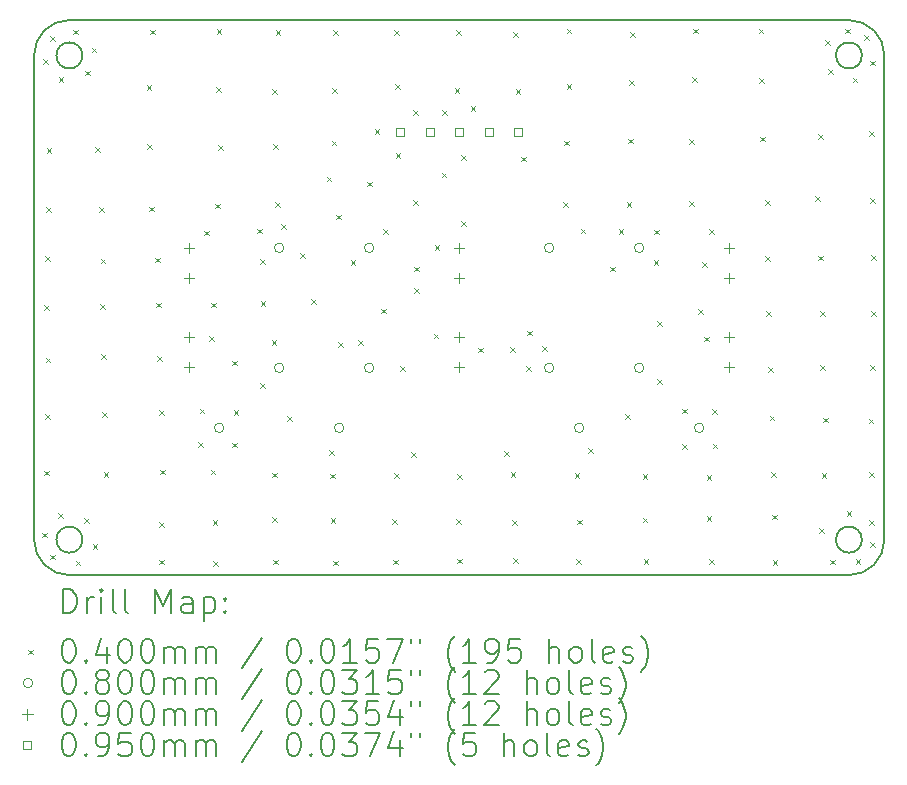
<source format=gbr>
%TF.GenerationSoftware,KiCad,Pcbnew,(6.0.11)*%
%TF.CreationDate,2023-04-21T23:53:47+09:00*%
%TF.ProjectId,line_board,6c696e65-5f62-46f6-9172-642e6b696361,rev?*%
%TF.SameCoordinates,Original*%
%TF.FileFunction,Drillmap*%
%TF.FilePolarity,Positive*%
%FSLAX45Y45*%
G04 Gerber Fmt 4.5, Leading zero omitted, Abs format (unit mm)*
G04 Created by KiCad (PCBNEW (6.0.11)) date 2023-04-21 23:53:47*
%MOMM*%
%LPD*%
G01*
G04 APERTURE LIST*
%ADD10C,0.200000*%
%ADD11C,0.040000*%
%ADD12C,0.080000*%
%ADD13C,0.090000*%
%ADD14C,0.095000*%
G04 APERTURE END LIST*
D10*
X13996000Y-7317000D02*
G75*
G03*
X13696000Y-7617000I0J-300000D01*
G01*
X13696000Y-11717000D02*
X13696000Y-7617000D01*
X13696000Y-11717000D02*
G75*
G03*
X13996000Y-12017000I300000J0D01*
G01*
X20596000Y-12017000D02*
X13996000Y-12017000D01*
X20596000Y-12017000D02*
G75*
G03*
X20896000Y-11717000I0J300000D01*
G01*
X20896000Y-7617000D02*
X20896000Y-11717000D01*
X20896000Y-7617000D02*
G75*
G03*
X20596000Y-7317000I-300000J0D01*
G01*
X13996000Y-7317000D02*
X20596000Y-7317000D01*
X20706000Y-7617000D02*
G75*
G03*
X20706000Y-7617000I-110000J0D01*
G01*
X20706000Y-11717000D02*
G75*
G03*
X20706000Y-11717000I-110000J0D01*
G01*
X14106000Y-11717000D02*
G75*
G03*
X14106000Y-11717000I-110000J0D01*
G01*
X14106000Y-7617000D02*
G75*
G03*
X14106000Y-7617000I-110000J0D01*
G01*
D11*
X13766000Y-11658000D02*
X13806000Y-11698000D01*
X13806000Y-11658000D02*
X13766000Y-11698000D01*
X13773000Y-7646000D02*
X13813000Y-7686000D01*
X13813000Y-7646000D02*
X13773000Y-7686000D01*
X13780000Y-9734000D02*
X13820000Y-9774000D01*
X13820000Y-9734000D02*
X13780000Y-9774000D01*
X13785000Y-11132000D02*
X13825000Y-11172000D01*
X13825000Y-11132000D02*
X13785000Y-11172000D01*
X13788000Y-9318000D02*
X13828000Y-9358000D01*
X13828000Y-9318000D02*
X13788000Y-9358000D01*
X13791000Y-10653000D02*
X13831000Y-10693000D01*
X13831000Y-10653000D02*
X13791000Y-10693000D01*
X13796000Y-10175000D02*
X13836000Y-10215000D01*
X13836000Y-10175000D02*
X13796000Y-10215000D01*
X13799000Y-8900000D02*
X13839000Y-8940000D01*
X13839000Y-8900000D02*
X13799000Y-8940000D01*
X13803000Y-8400000D02*
X13843000Y-8440000D01*
X13843000Y-8400000D02*
X13803000Y-8440000D01*
X13831000Y-7451000D02*
X13871000Y-7491000D01*
X13871000Y-7451000D02*
X13831000Y-7491000D01*
X13832000Y-11844000D02*
X13872000Y-11884000D01*
X13872000Y-11844000D02*
X13832000Y-11884000D01*
X13903000Y-11492000D02*
X13943000Y-11532000D01*
X13943000Y-11492000D02*
X13903000Y-11532000D01*
X13905000Y-7801000D02*
X13945000Y-7841000D01*
X13945000Y-7801000D02*
X13905000Y-7841000D01*
X14025000Y-7399000D02*
X14065000Y-7439000D01*
X14065000Y-7399000D02*
X14025000Y-7439000D01*
X14048000Y-11895000D02*
X14088000Y-11935000D01*
X14088000Y-11895000D02*
X14048000Y-11935000D01*
X14124000Y-11534000D02*
X14164000Y-11574000D01*
X14164000Y-11534000D02*
X14124000Y-11574000D01*
X14127000Y-7745000D02*
X14167000Y-7785000D01*
X14167000Y-7745000D02*
X14127000Y-7785000D01*
X14185000Y-7550000D02*
X14225000Y-7590000D01*
X14225000Y-7550000D02*
X14185000Y-7590000D01*
X14194000Y-11757000D02*
X14234000Y-11797000D01*
X14234000Y-11757000D02*
X14194000Y-11797000D01*
X14216000Y-8396000D02*
X14256000Y-8436000D01*
X14256000Y-8396000D02*
X14216000Y-8436000D01*
X14249000Y-8903000D02*
X14289000Y-8943000D01*
X14289000Y-8903000D02*
X14249000Y-8943000D01*
X14256000Y-9720000D02*
X14296000Y-9760000D01*
X14296000Y-9720000D02*
X14256000Y-9760000D01*
X14260000Y-9338000D02*
X14300000Y-9378000D01*
X14300000Y-9338000D02*
X14260000Y-9378000D01*
X14266000Y-10148000D02*
X14306000Y-10188000D01*
X14306000Y-10148000D02*
X14266000Y-10188000D01*
X14275000Y-10636000D02*
X14315000Y-10676000D01*
X14315000Y-10636000D02*
X14275000Y-10676000D01*
X14287000Y-11146000D02*
X14327000Y-11186000D01*
X14327000Y-11146000D02*
X14287000Y-11186000D01*
X14651000Y-7869000D02*
X14691000Y-7909000D01*
X14691000Y-7869000D02*
X14651000Y-7909000D01*
X14656000Y-8370000D02*
X14696000Y-8410000D01*
X14696000Y-8370000D02*
X14656000Y-8410000D01*
X14672000Y-8897000D02*
X14712000Y-8937000D01*
X14712000Y-8897000D02*
X14672000Y-8937000D01*
X14682000Y-7399000D02*
X14722000Y-7439000D01*
X14722000Y-7399000D02*
X14682000Y-7439000D01*
X14725000Y-9329000D02*
X14765000Y-9369000D01*
X14765000Y-9329000D02*
X14725000Y-9369000D01*
X14731000Y-9711000D02*
X14771000Y-9751000D01*
X14771000Y-9711000D02*
X14731000Y-9751000D01*
X14739000Y-10160000D02*
X14779000Y-10200000D01*
X14779000Y-10160000D02*
X14739000Y-10200000D01*
X14754000Y-10618000D02*
X14794000Y-10658000D01*
X14794000Y-10618000D02*
X14754000Y-10658000D01*
X14755000Y-11566000D02*
X14795000Y-11606000D01*
X14795000Y-11566000D02*
X14755000Y-11606000D01*
X14758000Y-11885000D02*
X14798000Y-11925000D01*
X14798000Y-11885000D02*
X14758000Y-11925000D01*
X14762000Y-11123000D02*
X14802000Y-11163000D01*
X14802000Y-11123000D02*
X14762000Y-11163000D01*
X15085000Y-10888000D02*
X15125000Y-10928000D01*
X15125000Y-10888000D02*
X15085000Y-10928000D01*
X15100000Y-10607000D02*
X15140000Y-10647000D01*
X15140000Y-10607000D02*
X15100000Y-10647000D01*
X15138000Y-9101000D02*
X15178000Y-9141000D01*
X15178000Y-9101000D02*
X15138000Y-9141000D01*
X15181000Y-9995000D02*
X15221000Y-10035000D01*
X15221000Y-9995000D02*
X15181000Y-10035000D01*
X15192000Y-11123000D02*
X15232000Y-11163000D01*
X15232000Y-11123000D02*
X15192000Y-11163000D01*
X15198000Y-9711000D02*
X15238000Y-9751000D01*
X15238000Y-9711000D02*
X15198000Y-9751000D01*
X15208000Y-11549000D02*
X15248000Y-11589000D01*
X15248000Y-11549000D02*
X15208000Y-11589000D01*
X15213000Y-11900000D02*
X15253000Y-11940000D01*
X15253000Y-11900000D02*
X15213000Y-11940000D01*
X15229000Y-8871000D02*
X15269000Y-8911000D01*
X15269000Y-8871000D02*
X15229000Y-8911000D01*
X15239000Y-7887000D02*
X15279000Y-7927000D01*
X15279000Y-7887000D02*
X15239000Y-7927000D01*
X15243000Y-7395000D02*
X15283000Y-7435000D01*
X15283000Y-7395000D02*
X15243000Y-7435000D01*
X15256000Y-8378000D02*
X15296000Y-8418000D01*
X15296000Y-8378000D02*
X15256000Y-8418000D01*
X15371000Y-10896000D02*
X15411000Y-10936000D01*
X15411000Y-10896000D02*
X15371000Y-10936000D01*
X15372000Y-10201000D02*
X15412000Y-10241000D01*
X15412000Y-10201000D02*
X15372000Y-10241000D01*
X15387000Y-10619000D02*
X15427000Y-10659000D01*
X15427000Y-10619000D02*
X15387000Y-10659000D01*
X15586000Y-9084000D02*
X15626000Y-9124000D01*
X15626000Y-9084000D02*
X15586000Y-9124000D01*
X15609000Y-9342000D02*
X15649000Y-9382000D01*
X15649000Y-9342000D02*
X15609000Y-9382000D01*
X15613000Y-10394000D02*
X15653000Y-10434000D01*
X15653000Y-10394000D02*
X15613000Y-10434000D01*
X15616000Y-9700000D02*
X15656000Y-9740000D01*
X15656000Y-9700000D02*
X15616000Y-9740000D01*
X15709000Y-10026000D02*
X15749000Y-10066000D01*
X15749000Y-10026000D02*
X15709000Y-10066000D01*
X15711000Y-11149000D02*
X15751000Y-11189000D01*
X15751000Y-11149000D02*
X15711000Y-11189000D01*
X15713000Y-7904000D02*
X15753000Y-7944000D01*
X15753000Y-7904000D02*
X15713000Y-7944000D01*
X15715000Y-11526000D02*
X15755000Y-11566000D01*
X15755000Y-11526000D02*
X15715000Y-11566000D01*
X15721000Y-8370000D02*
X15761000Y-8410000D01*
X15761000Y-8370000D02*
X15721000Y-8410000D01*
X15721000Y-11885000D02*
X15761000Y-11925000D01*
X15761000Y-11885000D02*
X15721000Y-11925000D01*
X15738000Y-8862000D02*
X15778000Y-8902000D01*
X15778000Y-8862000D02*
X15738000Y-8902000D01*
X15743000Y-7404000D02*
X15783000Y-7444000D01*
X15783000Y-7404000D02*
X15743000Y-7444000D01*
X15786000Y-9045000D02*
X15826000Y-9085000D01*
X15826000Y-9045000D02*
X15786000Y-9085000D01*
X15837000Y-10669000D02*
X15877000Y-10709000D01*
X15877000Y-10669000D02*
X15837000Y-10709000D01*
X15951000Y-9289000D02*
X15991000Y-9329000D01*
X15991000Y-9289000D02*
X15951000Y-9329000D01*
X16042000Y-9680000D02*
X16082000Y-9720000D01*
X16082000Y-9680000D02*
X16042000Y-9720000D01*
X16173000Y-8644000D02*
X16213000Y-8684000D01*
X16213000Y-8644000D02*
X16173000Y-8684000D01*
X16198000Y-10960000D02*
X16238000Y-11000000D01*
X16238000Y-10960000D02*
X16198000Y-11000000D01*
X16204000Y-11158000D02*
X16244000Y-11198000D01*
X16244000Y-11158000D02*
X16204000Y-11198000D01*
X16208000Y-11534000D02*
X16248000Y-11574000D01*
X16248000Y-11534000D02*
X16208000Y-11574000D01*
X16217000Y-8339000D02*
X16257000Y-8379000D01*
X16257000Y-8339000D02*
X16217000Y-8379000D01*
X16222000Y-7895000D02*
X16262000Y-7935000D01*
X16262000Y-7895000D02*
X16222000Y-7935000D01*
X16229000Y-11894000D02*
X16269000Y-11934000D01*
X16269000Y-11894000D02*
X16229000Y-11934000D01*
X16231000Y-7404000D02*
X16271000Y-7444000D01*
X16271000Y-7404000D02*
X16231000Y-7444000D01*
X16256000Y-8964000D02*
X16296000Y-9004000D01*
X16296000Y-8964000D02*
X16256000Y-9004000D01*
X16271000Y-10046000D02*
X16311000Y-10086000D01*
X16311000Y-10046000D02*
X16271000Y-10086000D01*
X16378000Y-9353000D02*
X16418000Y-9393000D01*
X16418000Y-9353000D02*
X16378000Y-9393000D01*
X16439000Y-10026000D02*
X16479000Y-10066000D01*
X16479000Y-10026000D02*
X16439000Y-10066000D01*
X16520000Y-8686000D02*
X16560000Y-8726000D01*
X16560000Y-8686000D02*
X16520000Y-8726000D01*
X16580000Y-8242000D02*
X16620000Y-8282000D01*
X16620000Y-8242000D02*
X16580000Y-8282000D01*
X16636000Y-9761000D02*
X16676000Y-9801000D01*
X16676000Y-9761000D02*
X16636000Y-9801000D01*
X16651000Y-9089000D02*
X16691000Y-9129000D01*
X16691000Y-9089000D02*
X16651000Y-9129000D01*
X16726000Y-11545000D02*
X16766000Y-11585000D01*
X16766000Y-11545000D02*
X16726000Y-11585000D01*
X16736000Y-11885000D02*
X16776000Y-11925000D01*
X16776000Y-11885000D02*
X16736000Y-11925000D01*
X16743000Y-11153000D02*
X16783000Y-11193000D01*
X16783000Y-11153000D02*
X16743000Y-11193000D01*
X16744000Y-7404000D02*
X16784000Y-7444000D01*
X16784000Y-7404000D02*
X16744000Y-7444000D01*
X16757000Y-7860000D02*
X16797000Y-7900000D01*
X16797000Y-7860000D02*
X16757000Y-7900000D01*
X16758000Y-8442000D02*
X16798000Y-8482000D01*
X16798000Y-8442000D02*
X16758000Y-8482000D01*
X16797000Y-10245000D02*
X16837000Y-10285000D01*
X16837000Y-10245000D02*
X16797000Y-10285000D01*
X16890000Y-10974000D02*
X16930000Y-11014000D01*
X16930000Y-10974000D02*
X16890000Y-11014000D01*
X16906000Y-8078000D02*
X16946000Y-8118000D01*
X16946000Y-8078000D02*
X16906000Y-8118000D01*
X16906000Y-8842000D02*
X16946000Y-8882000D01*
X16946000Y-8842000D02*
X16906000Y-8882000D01*
X16913000Y-9404000D02*
X16953000Y-9444000D01*
X16953000Y-9404000D02*
X16913000Y-9444000D01*
X16915000Y-9585000D02*
X16955000Y-9625000D01*
X16955000Y-9585000D02*
X16915000Y-9625000D01*
X17081000Y-9973000D02*
X17121000Y-10013000D01*
X17121000Y-9973000D02*
X17081000Y-10013000D01*
X17089000Y-9225000D02*
X17129000Y-9265000D01*
X17129000Y-9225000D02*
X17089000Y-9265000D01*
X17147000Y-8610000D02*
X17187000Y-8650000D01*
X17187000Y-8610000D02*
X17147000Y-8650000D01*
X17154000Y-8081000D02*
X17194000Y-8121000D01*
X17194000Y-8081000D02*
X17154000Y-8121000D01*
X17257000Y-7895000D02*
X17297000Y-7935000D01*
X17297000Y-7895000D02*
X17257000Y-7935000D01*
X17268000Y-11545000D02*
X17308000Y-11585000D01*
X17308000Y-11545000D02*
X17268000Y-11585000D01*
X17270000Y-7404000D02*
X17310000Y-7444000D01*
X17310000Y-7404000D02*
X17270000Y-7444000D01*
X17277000Y-11159000D02*
X17317000Y-11199000D01*
X17317000Y-11159000D02*
X17277000Y-11199000D01*
X17282000Y-11877000D02*
X17322000Y-11917000D01*
X17322000Y-11877000D02*
X17282000Y-11917000D01*
X17312000Y-8460000D02*
X17352000Y-8500000D01*
X17352000Y-8460000D02*
X17312000Y-8500000D01*
X17312000Y-9019000D02*
X17352000Y-9059000D01*
X17352000Y-9019000D02*
X17312000Y-9059000D01*
X17394000Y-8049000D02*
X17434000Y-8089000D01*
X17434000Y-8049000D02*
X17394000Y-8089000D01*
X17454000Y-10091000D02*
X17494000Y-10131000D01*
X17494000Y-10091000D02*
X17454000Y-10131000D01*
X17674000Y-10970000D02*
X17714000Y-11010000D01*
X17714000Y-10970000D02*
X17674000Y-11010000D01*
X17728000Y-10086000D02*
X17768000Y-10126000D01*
X17768000Y-10086000D02*
X17728000Y-10126000D01*
X17732000Y-11142000D02*
X17772000Y-11182000D01*
X17772000Y-11142000D02*
X17732000Y-11182000D01*
X17744000Y-11554000D02*
X17784000Y-11594000D01*
X17784000Y-11554000D02*
X17744000Y-11594000D01*
X17753000Y-7421000D02*
X17793000Y-7461000D01*
X17793000Y-7421000D02*
X17753000Y-7461000D01*
X17754000Y-11874000D02*
X17794000Y-11914000D01*
X17794000Y-11874000D02*
X17754000Y-11914000D01*
X17775000Y-7900000D02*
X17815000Y-7940000D01*
X17815000Y-7900000D02*
X17775000Y-7940000D01*
X17822000Y-8473000D02*
X17862000Y-8513000D01*
X17862000Y-8473000D02*
X17822000Y-8513000D01*
X17866000Y-10247000D02*
X17906000Y-10287000D01*
X17906000Y-10247000D02*
X17866000Y-10287000D01*
X17870000Y-9946000D02*
X17910000Y-9986000D01*
X17910000Y-9946000D02*
X17870000Y-9986000D01*
X17999000Y-10079000D02*
X18039000Y-10119000D01*
X18039000Y-10079000D02*
X17999000Y-10119000D01*
X18179000Y-8856000D02*
X18219000Y-8896000D01*
X18219000Y-8856000D02*
X18179000Y-8896000D01*
X18188000Y-8338000D02*
X18228000Y-8378000D01*
X18228000Y-8338000D02*
X18188000Y-8378000D01*
X18205000Y-7390000D02*
X18245000Y-7430000D01*
X18245000Y-7390000D02*
X18205000Y-7430000D01*
X18205000Y-7860000D02*
X18245000Y-7900000D01*
X18245000Y-7860000D02*
X18205000Y-7900000D01*
X18275000Y-11153000D02*
X18315000Y-11193000D01*
X18315000Y-11153000D02*
X18275000Y-11193000D01*
X18285000Y-11882000D02*
X18325000Y-11922000D01*
X18325000Y-11882000D02*
X18285000Y-11922000D01*
X18292000Y-11548000D02*
X18332000Y-11588000D01*
X18332000Y-11548000D02*
X18292000Y-11588000D01*
X18324000Y-9084000D02*
X18364000Y-9124000D01*
X18364000Y-9084000D02*
X18324000Y-9124000D01*
X18386000Y-10942000D02*
X18426000Y-10982000D01*
X18426000Y-10942000D02*
X18386000Y-10982000D01*
X18576000Y-9406000D02*
X18616000Y-9446000D01*
X18616000Y-9406000D02*
X18576000Y-9446000D01*
X18647000Y-9088000D02*
X18687000Y-9128000D01*
X18687000Y-9088000D02*
X18647000Y-9128000D01*
X18700000Y-10651000D02*
X18740000Y-10691000D01*
X18740000Y-10651000D02*
X18700000Y-10691000D01*
X18714000Y-8856000D02*
X18754000Y-8896000D01*
X18754000Y-8856000D02*
X18714000Y-8896000D01*
X18727000Y-8321000D02*
X18767000Y-8361000D01*
X18767000Y-8321000D02*
X18727000Y-8361000D01*
X18736000Y-7829000D02*
X18776000Y-7869000D01*
X18776000Y-7829000D02*
X18736000Y-7869000D01*
X18745000Y-7420000D02*
X18785000Y-7460000D01*
X18785000Y-7420000D02*
X18745000Y-7460000D01*
X18849000Y-11165000D02*
X18889000Y-11205000D01*
X18889000Y-11165000D02*
X18849000Y-11205000D01*
X18849000Y-11531000D02*
X18889000Y-11571000D01*
X18889000Y-11531000D02*
X18849000Y-11571000D01*
X18857000Y-11880000D02*
X18897000Y-11920000D01*
X18897000Y-11880000D02*
X18857000Y-11920000D01*
X18943000Y-9351000D02*
X18983000Y-9391000D01*
X18983000Y-9351000D02*
X18943000Y-9391000D01*
X18946000Y-9093000D02*
X18986000Y-9133000D01*
X18986000Y-9093000D02*
X18946000Y-9133000D01*
X18970000Y-10356000D02*
X19010000Y-10396000D01*
X19010000Y-10356000D02*
X18970000Y-10396000D01*
X18972000Y-9865000D02*
X19012000Y-9905000D01*
X19012000Y-9865000D02*
X18972000Y-9905000D01*
X19186000Y-10607000D02*
X19226000Y-10647000D01*
X19226000Y-10607000D02*
X19186000Y-10647000D01*
X19186000Y-10911000D02*
X19226000Y-10951000D01*
X19226000Y-10911000D02*
X19186000Y-10951000D01*
X19241000Y-8325000D02*
X19281000Y-8365000D01*
X19281000Y-8325000D02*
X19241000Y-8365000D01*
X19241000Y-8852000D02*
X19281000Y-8892000D01*
X19281000Y-8852000D02*
X19241000Y-8892000D01*
X19271000Y-7799000D02*
X19311000Y-7839000D01*
X19311000Y-7799000D02*
X19271000Y-7839000D01*
X19280000Y-7390000D02*
X19320000Y-7430000D01*
X19320000Y-7390000D02*
X19280000Y-7430000D01*
X19317000Y-9766000D02*
X19357000Y-9806000D01*
X19357000Y-9766000D02*
X19317000Y-9806000D01*
X19356000Y-9370000D02*
X19396000Y-9410000D01*
X19396000Y-9370000D02*
X19356000Y-9410000D01*
X19372000Y-9998000D02*
X19412000Y-10038000D01*
X19412000Y-9998000D02*
X19372000Y-10038000D01*
X19392000Y-11171000D02*
X19432000Y-11211000D01*
X19432000Y-11171000D02*
X19392000Y-11211000D01*
X19392000Y-11516000D02*
X19432000Y-11556000D01*
X19432000Y-11516000D02*
X19392000Y-11556000D01*
X19411000Y-9086000D02*
X19451000Y-9126000D01*
X19451000Y-9086000D02*
X19411000Y-9126000D01*
X19413000Y-11880000D02*
X19453000Y-11920000D01*
X19453000Y-11880000D02*
X19413000Y-11920000D01*
X19438000Y-10614000D02*
X19478000Y-10654000D01*
X19478000Y-10614000D02*
X19438000Y-10654000D01*
X19443000Y-10903000D02*
X19483000Y-10943000D01*
X19483000Y-10903000D02*
X19443000Y-10943000D01*
X19832000Y-7390000D02*
X19872000Y-7430000D01*
X19872000Y-7390000D02*
X19832000Y-7430000D01*
X19837000Y-7812000D02*
X19877000Y-7852000D01*
X19877000Y-7812000D02*
X19837000Y-7852000D01*
X19846000Y-8304000D02*
X19886000Y-8344000D01*
X19886000Y-8304000D02*
X19846000Y-8344000D01*
X19885000Y-8843000D02*
X19925000Y-8883000D01*
X19925000Y-8843000D02*
X19885000Y-8883000D01*
X19885000Y-9317000D02*
X19925000Y-9357000D01*
X19925000Y-9317000D02*
X19885000Y-9357000D01*
X19898000Y-9781000D02*
X19938000Y-9821000D01*
X19938000Y-9781000D02*
X19898000Y-9821000D01*
X19915000Y-10253000D02*
X19955000Y-10293000D01*
X19955000Y-10253000D02*
X19915000Y-10293000D01*
X19924000Y-10666000D02*
X19964000Y-10706000D01*
X19964000Y-10666000D02*
X19924000Y-10706000D01*
X19937000Y-11142000D02*
X19977000Y-11182000D01*
X19977000Y-11142000D02*
X19937000Y-11182000D01*
X19946000Y-11504000D02*
X19986000Y-11544000D01*
X19986000Y-11504000D02*
X19946000Y-11544000D01*
X19950000Y-11891000D02*
X19990000Y-11931000D01*
X19990000Y-11891000D02*
X19950000Y-11931000D01*
X20311000Y-8808000D02*
X20351000Y-8848000D01*
X20351000Y-8808000D02*
X20311000Y-8848000D01*
X20333000Y-8282000D02*
X20373000Y-8322000D01*
X20373000Y-8282000D02*
X20333000Y-8322000D01*
X20333000Y-9313000D02*
X20373000Y-9353000D01*
X20373000Y-9313000D02*
X20333000Y-9353000D01*
X20346000Y-11618000D02*
X20386000Y-11658000D01*
X20386000Y-11618000D02*
X20346000Y-11658000D01*
X20355000Y-9783000D02*
X20395000Y-9823000D01*
X20395000Y-9783000D02*
X20355000Y-9823000D01*
X20355000Y-10240000D02*
X20395000Y-10280000D01*
X20395000Y-10240000D02*
X20355000Y-10280000D01*
X20366000Y-11151000D02*
X20406000Y-11191000D01*
X20406000Y-11151000D02*
X20366000Y-11191000D01*
X20380000Y-10683000D02*
X20420000Y-10723000D01*
X20420000Y-10683000D02*
X20380000Y-10723000D01*
X20394000Y-7489000D02*
X20434000Y-7529000D01*
X20434000Y-7489000D02*
X20394000Y-7529000D01*
X20418000Y-7736000D02*
X20458000Y-7776000D01*
X20458000Y-7736000D02*
X20418000Y-7776000D01*
X20440000Y-11887000D02*
X20480000Y-11927000D01*
X20480000Y-11887000D02*
X20440000Y-11927000D01*
X20564000Y-7389000D02*
X20604000Y-7429000D01*
X20604000Y-7389000D02*
X20564000Y-7429000D01*
X20577000Y-11473000D02*
X20617000Y-11513000D01*
X20617000Y-11473000D02*
X20577000Y-11513000D01*
X20628000Y-7804000D02*
X20668000Y-7844000D01*
X20668000Y-7804000D02*
X20628000Y-7844000D01*
X20654000Y-11883000D02*
X20694000Y-11923000D01*
X20694000Y-11883000D02*
X20654000Y-11923000D01*
X20724000Y-7446000D02*
X20764000Y-7486000D01*
X20764000Y-7446000D02*
X20724000Y-7486000D01*
X20763000Y-10692000D02*
X20803000Y-10732000D01*
X20803000Y-10692000D02*
X20763000Y-10732000D01*
X20765000Y-8257000D02*
X20805000Y-8297000D01*
X20805000Y-8257000D02*
X20765000Y-8297000D01*
X20769000Y-11142000D02*
X20809000Y-11182000D01*
X20809000Y-11142000D02*
X20769000Y-11182000D01*
X20769000Y-11553000D02*
X20809000Y-11593000D01*
X20809000Y-11553000D02*
X20769000Y-11593000D01*
X20775000Y-11737000D02*
X20815000Y-11777000D01*
X20815000Y-11737000D02*
X20775000Y-11777000D01*
X20778000Y-7662000D02*
X20818000Y-7702000D01*
X20818000Y-7662000D02*
X20778000Y-7702000D01*
X20778000Y-8827000D02*
X20818000Y-8867000D01*
X20818000Y-8827000D02*
X20778000Y-8867000D01*
X20778000Y-10237000D02*
X20818000Y-10277000D01*
X20818000Y-10237000D02*
X20778000Y-10277000D01*
X20782000Y-9310000D02*
X20822000Y-9350000D01*
X20822000Y-9310000D02*
X20782000Y-9350000D01*
X20782000Y-9784000D02*
X20822000Y-9824000D01*
X20822000Y-9784000D02*
X20782000Y-9824000D01*
D12*
X15304000Y-10770000D02*
G75*
G03*
X15304000Y-10770000I-40000J0D01*
G01*
X15812000Y-9246000D02*
G75*
G03*
X15812000Y-9246000I-40000J0D01*
G01*
X15812000Y-10262000D02*
G75*
G03*
X15812000Y-10262000I-40000J0D01*
G01*
X16320000Y-10770000D02*
G75*
G03*
X16320000Y-10770000I-40000J0D01*
G01*
X16574000Y-9246000D02*
G75*
G03*
X16574000Y-9246000I-40000J0D01*
G01*
X16574000Y-10262000D02*
G75*
G03*
X16574000Y-10262000I-40000J0D01*
G01*
X18098000Y-9246000D02*
G75*
G03*
X18098000Y-9246000I-40000J0D01*
G01*
X18098000Y-10262000D02*
G75*
G03*
X18098000Y-10262000I-40000J0D01*
G01*
X18352000Y-10770000D02*
G75*
G03*
X18352000Y-10770000I-40000J0D01*
G01*
X18860000Y-9246000D02*
G75*
G03*
X18860000Y-9246000I-40000J0D01*
G01*
X18860000Y-10262000D02*
G75*
G03*
X18860000Y-10262000I-40000J0D01*
G01*
X19368000Y-10770000D02*
G75*
G03*
X19368000Y-10770000I-40000J0D01*
G01*
D13*
X15010000Y-9201000D02*
X15010000Y-9291000D01*
X14965000Y-9246000D02*
X15055000Y-9246000D01*
X15010000Y-9455000D02*
X15010000Y-9545000D01*
X14965000Y-9500000D02*
X15055000Y-9500000D01*
X15010000Y-9957000D02*
X15010000Y-10047000D01*
X14965000Y-10002000D02*
X15055000Y-10002000D01*
X15010000Y-10211000D02*
X15010000Y-10301000D01*
X14965000Y-10256000D02*
X15055000Y-10256000D01*
X17296000Y-9201000D02*
X17296000Y-9291000D01*
X17251000Y-9246000D02*
X17341000Y-9246000D01*
X17296000Y-9455000D02*
X17296000Y-9545000D01*
X17251000Y-9500000D02*
X17341000Y-9500000D01*
X17296000Y-9957000D02*
X17296000Y-10047000D01*
X17251000Y-10002000D02*
X17341000Y-10002000D01*
X17296000Y-10211000D02*
X17296000Y-10301000D01*
X17251000Y-10256000D02*
X17341000Y-10256000D01*
X19582000Y-9201000D02*
X19582000Y-9291000D01*
X19537000Y-9246000D02*
X19627000Y-9246000D01*
X19582000Y-9455000D02*
X19582000Y-9545000D01*
X19537000Y-9500000D02*
X19627000Y-9500000D01*
X19582000Y-9957000D02*
X19582000Y-10047000D01*
X19537000Y-10002000D02*
X19627000Y-10002000D01*
X19582000Y-10211000D02*
X19582000Y-10301000D01*
X19537000Y-10256000D02*
X19627000Y-10256000D01*
D14*
X16829588Y-8295588D02*
X16829588Y-8228412D01*
X16762412Y-8228412D01*
X16762412Y-8295588D01*
X16829588Y-8295588D01*
X17079588Y-8295588D02*
X17079588Y-8228412D01*
X17012412Y-8228412D01*
X17012412Y-8295588D01*
X17079588Y-8295588D01*
X17329588Y-8295588D02*
X17329588Y-8228412D01*
X17262412Y-8228412D01*
X17262412Y-8295588D01*
X17329588Y-8295588D01*
X17579588Y-8295588D02*
X17579588Y-8228412D01*
X17512412Y-8228412D01*
X17512412Y-8295588D01*
X17579588Y-8295588D01*
X17829588Y-8295588D02*
X17829588Y-8228412D01*
X17762412Y-8228412D01*
X17762412Y-8295588D01*
X17829588Y-8295588D01*
D10*
X13943619Y-12337476D02*
X13943619Y-12137476D01*
X13991238Y-12137476D01*
X14019809Y-12147000D01*
X14038857Y-12166048D01*
X14048381Y-12185095D01*
X14057905Y-12223190D01*
X14057905Y-12251762D01*
X14048381Y-12289857D01*
X14038857Y-12308905D01*
X14019809Y-12327952D01*
X13991238Y-12337476D01*
X13943619Y-12337476D01*
X14143619Y-12337476D02*
X14143619Y-12204143D01*
X14143619Y-12242238D02*
X14153143Y-12223190D01*
X14162667Y-12213667D01*
X14181714Y-12204143D01*
X14200762Y-12204143D01*
X14267428Y-12337476D02*
X14267428Y-12204143D01*
X14267428Y-12137476D02*
X14257905Y-12147000D01*
X14267428Y-12156524D01*
X14276952Y-12147000D01*
X14267428Y-12137476D01*
X14267428Y-12156524D01*
X14391238Y-12337476D02*
X14372190Y-12327952D01*
X14362667Y-12308905D01*
X14362667Y-12137476D01*
X14496000Y-12337476D02*
X14476952Y-12327952D01*
X14467428Y-12308905D01*
X14467428Y-12137476D01*
X14724571Y-12337476D02*
X14724571Y-12137476D01*
X14791238Y-12280333D01*
X14857905Y-12137476D01*
X14857905Y-12337476D01*
X15038857Y-12337476D02*
X15038857Y-12232714D01*
X15029333Y-12213667D01*
X15010286Y-12204143D01*
X14972190Y-12204143D01*
X14953143Y-12213667D01*
X15038857Y-12327952D02*
X15019809Y-12337476D01*
X14972190Y-12337476D01*
X14953143Y-12327952D01*
X14943619Y-12308905D01*
X14943619Y-12289857D01*
X14953143Y-12270809D01*
X14972190Y-12261286D01*
X15019809Y-12261286D01*
X15038857Y-12251762D01*
X15134095Y-12204143D02*
X15134095Y-12404143D01*
X15134095Y-12213667D02*
X15153143Y-12204143D01*
X15191238Y-12204143D01*
X15210286Y-12213667D01*
X15219809Y-12223190D01*
X15229333Y-12242238D01*
X15229333Y-12299381D01*
X15219809Y-12318428D01*
X15210286Y-12327952D01*
X15191238Y-12337476D01*
X15153143Y-12337476D01*
X15134095Y-12327952D01*
X15315048Y-12318428D02*
X15324571Y-12327952D01*
X15315048Y-12337476D01*
X15305524Y-12327952D01*
X15315048Y-12318428D01*
X15315048Y-12337476D01*
X15315048Y-12213667D02*
X15324571Y-12223190D01*
X15315048Y-12232714D01*
X15305524Y-12223190D01*
X15315048Y-12213667D01*
X15315048Y-12232714D01*
D11*
X13646000Y-12647000D02*
X13686000Y-12687000D01*
X13686000Y-12647000D02*
X13646000Y-12687000D01*
D10*
X13981714Y-12557476D02*
X14000762Y-12557476D01*
X14019809Y-12567000D01*
X14029333Y-12576524D01*
X14038857Y-12595571D01*
X14048381Y-12633667D01*
X14048381Y-12681286D01*
X14038857Y-12719381D01*
X14029333Y-12738428D01*
X14019809Y-12747952D01*
X14000762Y-12757476D01*
X13981714Y-12757476D01*
X13962667Y-12747952D01*
X13953143Y-12738428D01*
X13943619Y-12719381D01*
X13934095Y-12681286D01*
X13934095Y-12633667D01*
X13943619Y-12595571D01*
X13953143Y-12576524D01*
X13962667Y-12567000D01*
X13981714Y-12557476D01*
X14134095Y-12738428D02*
X14143619Y-12747952D01*
X14134095Y-12757476D01*
X14124571Y-12747952D01*
X14134095Y-12738428D01*
X14134095Y-12757476D01*
X14315048Y-12624143D02*
X14315048Y-12757476D01*
X14267428Y-12547952D02*
X14219809Y-12690809D01*
X14343619Y-12690809D01*
X14457905Y-12557476D02*
X14476952Y-12557476D01*
X14496000Y-12567000D01*
X14505524Y-12576524D01*
X14515048Y-12595571D01*
X14524571Y-12633667D01*
X14524571Y-12681286D01*
X14515048Y-12719381D01*
X14505524Y-12738428D01*
X14496000Y-12747952D01*
X14476952Y-12757476D01*
X14457905Y-12757476D01*
X14438857Y-12747952D01*
X14429333Y-12738428D01*
X14419809Y-12719381D01*
X14410286Y-12681286D01*
X14410286Y-12633667D01*
X14419809Y-12595571D01*
X14429333Y-12576524D01*
X14438857Y-12567000D01*
X14457905Y-12557476D01*
X14648381Y-12557476D02*
X14667428Y-12557476D01*
X14686476Y-12567000D01*
X14696000Y-12576524D01*
X14705524Y-12595571D01*
X14715048Y-12633667D01*
X14715048Y-12681286D01*
X14705524Y-12719381D01*
X14696000Y-12738428D01*
X14686476Y-12747952D01*
X14667428Y-12757476D01*
X14648381Y-12757476D01*
X14629333Y-12747952D01*
X14619809Y-12738428D01*
X14610286Y-12719381D01*
X14600762Y-12681286D01*
X14600762Y-12633667D01*
X14610286Y-12595571D01*
X14619809Y-12576524D01*
X14629333Y-12567000D01*
X14648381Y-12557476D01*
X14800762Y-12757476D02*
X14800762Y-12624143D01*
X14800762Y-12643190D02*
X14810286Y-12633667D01*
X14829333Y-12624143D01*
X14857905Y-12624143D01*
X14876952Y-12633667D01*
X14886476Y-12652714D01*
X14886476Y-12757476D01*
X14886476Y-12652714D02*
X14896000Y-12633667D01*
X14915048Y-12624143D01*
X14943619Y-12624143D01*
X14962667Y-12633667D01*
X14972190Y-12652714D01*
X14972190Y-12757476D01*
X15067428Y-12757476D02*
X15067428Y-12624143D01*
X15067428Y-12643190D02*
X15076952Y-12633667D01*
X15096000Y-12624143D01*
X15124571Y-12624143D01*
X15143619Y-12633667D01*
X15153143Y-12652714D01*
X15153143Y-12757476D01*
X15153143Y-12652714D02*
X15162667Y-12633667D01*
X15181714Y-12624143D01*
X15210286Y-12624143D01*
X15229333Y-12633667D01*
X15238857Y-12652714D01*
X15238857Y-12757476D01*
X15629333Y-12547952D02*
X15457905Y-12805095D01*
X15886476Y-12557476D02*
X15905524Y-12557476D01*
X15924571Y-12567000D01*
X15934095Y-12576524D01*
X15943619Y-12595571D01*
X15953143Y-12633667D01*
X15953143Y-12681286D01*
X15943619Y-12719381D01*
X15934095Y-12738428D01*
X15924571Y-12747952D01*
X15905524Y-12757476D01*
X15886476Y-12757476D01*
X15867428Y-12747952D01*
X15857905Y-12738428D01*
X15848381Y-12719381D01*
X15838857Y-12681286D01*
X15838857Y-12633667D01*
X15848381Y-12595571D01*
X15857905Y-12576524D01*
X15867428Y-12567000D01*
X15886476Y-12557476D01*
X16038857Y-12738428D02*
X16048381Y-12747952D01*
X16038857Y-12757476D01*
X16029333Y-12747952D01*
X16038857Y-12738428D01*
X16038857Y-12757476D01*
X16172190Y-12557476D02*
X16191238Y-12557476D01*
X16210286Y-12567000D01*
X16219809Y-12576524D01*
X16229333Y-12595571D01*
X16238857Y-12633667D01*
X16238857Y-12681286D01*
X16229333Y-12719381D01*
X16219809Y-12738428D01*
X16210286Y-12747952D01*
X16191238Y-12757476D01*
X16172190Y-12757476D01*
X16153143Y-12747952D01*
X16143619Y-12738428D01*
X16134095Y-12719381D01*
X16124571Y-12681286D01*
X16124571Y-12633667D01*
X16134095Y-12595571D01*
X16143619Y-12576524D01*
X16153143Y-12567000D01*
X16172190Y-12557476D01*
X16429333Y-12757476D02*
X16315048Y-12757476D01*
X16372190Y-12757476D02*
X16372190Y-12557476D01*
X16353143Y-12586048D01*
X16334095Y-12605095D01*
X16315048Y-12614619D01*
X16610286Y-12557476D02*
X16515048Y-12557476D01*
X16505524Y-12652714D01*
X16515048Y-12643190D01*
X16534095Y-12633667D01*
X16581714Y-12633667D01*
X16600762Y-12643190D01*
X16610286Y-12652714D01*
X16619809Y-12671762D01*
X16619809Y-12719381D01*
X16610286Y-12738428D01*
X16600762Y-12747952D01*
X16581714Y-12757476D01*
X16534095Y-12757476D01*
X16515048Y-12747952D01*
X16505524Y-12738428D01*
X16686476Y-12557476D02*
X16819810Y-12557476D01*
X16734095Y-12757476D01*
X16886476Y-12557476D02*
X16886476Y-12595571D01*
X16962667Y-12557476D02*
X16962667Y-12595571D01*
X17257905Y-12833667D02*
X17248381Y-12824143D01*
X17229333Y-12795571D01*
X17219810Y-12776524D01*
X17210286Y-12747952D01*
X17200762Y-12700333D01*
X17200762Y-12662238D01*
X17210286Y-12614619D01*
X17219810Y-12586048D01*
X17229333Y-12567000D01*
X17248381Y-12538428D01*
X17257905Y-12528905D01*
X17438857Y-12757476D02*
X17324571Y-12757476D01*
X17381714Y-12757476D02*
X17381714Y-12557476D01*
X17362667Y-12586048D01*
X17343619Y-12605095D01*
X17324571Y-12614619D01*
X17534095Y-12757476D02*
X17572190Y-12757476D01*
X17591238Y-12747952D01*
X17600762Y-12738428D01*
X17619810Y-12709857D01*
X17629333Y-12671762D01*
X17629333Y-12595571D01*
X17619810Y-12576524D01*
X17610286Y-12567000D01*
X17591238Y-12557476D01*
X17553143Y-12557476D01*
X17534095Y-12567000D01*
X17524571Y-12576524D01*
X17515048Y-12595571D01*
X17515048Y-12643190D01*
X17524571Y-12662238D01*
X17534095Y-12671762D01*
X17553143Y-12681286D01*
X17591238Y-12681286D01*
X17610286Y-12671762D01*
X17619810Y-12662238D01*
X17629333Y-12643190D01*
X17810286Y-12557476D02*
X17715048Y-12557476D01*
X17705524Y-12652714D01*
X17715048Y-12643190D01*
X17734095Y-12633667D01*
X17781714Y-12633667D01*
X17800762Y-12643190D01*
X17810286Y-12652714D01*
X17819810Y-12671762D01*
X17819810Y-12719381D01*
X17810286Y-12738428D01*
X17800762Y-12747952D01*
X17781714Y-12757476D01*
X17734095Y-12757476D01*
X17715048Y-12747952D01*
X17705524Y-12738428D01*
X18057905Y-12757476D02*
X18057905Y-12557476D01*
X18143619Y-12757476D02*
X18143619Y-12652714D01*
X18134095Y-12633667D01*
X18115048Y-12624143D01*
X18086476Y-12624143D01*
X18067429Y-12633667D01*
X18057905Y-12643190D01*
X18267429Y-12757476D02*
X18248381Y-12747952D01*
X18238857Y-12738428D01*
X18229333Y-12719381D01*
X18229333Y-12662238D01*
X18238857Y-12643190D01*
X18248381Y-12633667D01*
X18267429Y-12624143D01*
X18296000Y-12624143D01*
X18315048Y-12633667D01*
X18324571Y-12643190D01*
X18334095Y-12662238D01*
X18334095Y-12719381D01*
X18324571Y-12738428D01*
X18315048Y-12747952D01*
X18296000Y-12757476D01*
X18267429Y-12757476D01*
X18448381Y-12757476D02*
X18429333Y-12747952D01*
X18419810Y-12728905D01*
X18419810Y-12557476D01*
X18600762Y-12747952D02*
X18581714Y-12757476D01*
X18543619Y-12757476D01*
X18524571Y-12747952D01*
X18515048Y-12728905D01*
X18515048Y-12652714D01*
X18524571Y-12633667D01*
X18543619Y-12624143D01*
X18581714Y-12624143D01*
X18600762Y-12633667D01*
X18610286Y-12652714D01*
X18610286Y-12671762D01*
X18515048Y-12690809D01*
X18686476Y-12747952D02*
X18705524Y-12757476D01*
X18743619Y-12757476D01*
X18762667Y-12747952D01*
X18772190Y-12728905D01*
X18772190Y-12719381D01*
X18762667Y-12700333D01*
X18743619Y-12690809D01*
X18715048Y-12690809D01*
X18696000Y-12681286D01*
X18686476Y-12662238D01*
X18686476Y-12652714D01*
X18696000Y-12633667D01*
X18715048Y-12624143D01*
X18743619Y-12624143D01*
X18762667Y-12633667D01*
X18838857Y-12833667D02*
X18848381Y-12824143D01*
X18867429Y-12795571D01*
X18876952Y-12776524D01*
X18886476Y-12747952D01*
X18896000Y-12700333D01*
X18896000Y-12662238D01*
X18886476Y-12614619D01*
X18876952Y-12586048D01*
X18867429Y-12567000D01*
X18848381Y-12538428D01*
X18838857Y-12528905D01*
D12*
X13686000Y-12931000D02*
G75*
G03*
X13686000Y-12931000I-40000J0D01*
G01*
D10*
X13981714Y-12821476D02*
X14000762Y-12821476D01*
X14019809Y-12831000D01*
X14029333Y-12840524D01*
X14038857Y-12859571D01*
X14048381Y-12897667D01*
X14048381Y-12945286D01*
X14038857Y-12983381D01*
X14029333Y-13002428D01*
X14019809Y-13011952D01*
X14000762Y-13021476D01*
X13981714Y-13021476D01*
X13962667Y-13011952D01*
X13953143Y-13002428D01*
X13943619Y-12983381D01*
X13934095Y-12945286D01*
X13934095Y-12897667D01*
X13943619Y-12859571D01*
X13953143Y-12840524D01*
X13962667Y-12831000D01*
X13981714Y-12821476D01*
X14134095Y-13002428D02*
X14143619Y-13011952D01*
X14134095Y-13021476D01*
X14124571Y-13011952D01*
X14134095Y-13002428D01*
X14134095Y-13021476D01*
X14257905Y-12907190D02*
X14238857Y-12897667D01*
X14229333Y-12888143D01*
X14219809Y-12869095D01*
X14219809Y-12859571D01*
X14229333Y-12840524D01*
X14238857Y-12831000D01*
X14257905Y-12821476D01*
X14296000Y-12821476D01*
X14315048Y-12831000D01*
X14324571Y-12840524D01*
X14334095Y-12859571D01*
X14334095Y-12869095D01*
X14324571Y-12888143D01*
X14315048Y-12897667D01*
X14296000Y-12907190D01*
X14257905Y-12907190D01*
X14238857Y-12916714D01*
X14229333Y-12926238D01*
X14219809Y-12945286D01*
X14219809Y-12983381D01*
X14229333Y-13002428D01*
X14238857Y-13011952D01*
X14257905Y-13021476D01*
X14296000Y-13021476D01*
X14315048Y-13011952D01*
X14324571Y-13002428D01*
X14334095Y-12983381D01*
X14334095Y-12945286D01*
X14324571Y-12926238D01*
X14315048Y-12916714D01*
X14296000Y-12907190D01*
X14457905Y-12821476D02*
X14476952Y-12821476D01*
X14496000Y-12831000D01*
X14505524Y-12840524D01*
X14515048Y-12859571D01*
X14524571Y-12897667D01*
X14524571Y-12945286D01*
X14515048Y-12983381D01*
X14505524Y-13002428D01*
X14496000Y-13011952D01*
X14476952Y-13021476D01*
X14457905Y-13021476D01*
X14438857Y-13011952D01*
X14429333Y-13002428D01*
X14419809Y-12983381D01*
X14410286Y-12945286D01*
X14410286Y-12897667D01*
X14419809Y-12859571D01*
X14429333Y-12840524D01*
X14438857Y-12831000D01*
X14457905Y-12821476D01*
X14648381Y-12821476D02*
X14667428Y-12821476D01*
X14686476Y-12831000D01*
X14696000Y-12840524D01*
X14705524Y-12859571D01*
X14715048Y-12897667D01*
X14715048Y-12945286D01*
X14705524Y-12983381D01*
X14696000Y-13002428D01*
X14686476Y-13011952D01*
X14667428Y-13021476D01*
X14648381Y-13021476D01*
X14629333Y-13011952D01*
X14619809Y-13002428D01*
X14610286Y-12983381D01*
X14600762Y-12945286D01*
X14600762Y-12897667D01*
X14610286Y-12859571D01*
X14619809Y-12840524D01*
X14629333Y-12831000D01*
X14648381Y-12821476D01*
X14800762Y-13021476D02*
X14800762Y-12888143D01*
X14800762Y-12907190D02*
X14810286Y-12897667D01*
X14829333Y-12888143D01*
X14857905Y-12888143D01*
X14876952Y-12897667D01*
X14886476Y-12916714D01*
X14886476Y-13021476D01*
X14886476Y-12916714D02*
X14896000Y-12897667D01*
X14915048Y-12888143D01*
X14943619Y-12888143D01*
X14962667Y-12897667D01*
X14972190Y-12916714D01*
X14972190Y-13021476D01*
X15067428Y-13021476D02*
X15067428Y-12888143D01*
X15067428Y-12907190D02*
X15076952Y-12897667D01*
X15096000Y-12888143D01*
X15124571Y-12888143D01*
X15143619Y-12897667D01*
X15153143Y-12916714D01*
X15153143Y-13021476D01*
X15153143Y-12916714D02*
X15162667Y-12897667D01*
X15181714Y-12888143D01*
X15210286Y-12888143D01*
X15229333Y-12897667D01*
X15238857Y-12916714D01*
X15238857Y-13021476D01*
X15629333Y-12811952D02*
X15457905Y-13069095D01*
X15886476Y-12821476D02*
X15905524Y-12821476D01*
X15924571Y-12831000D01*
X15934095Y-12840524D01*
X15943619Y-12859571D01*
X15953143Y-12897667D01*
X15953143Y-12945286D01*
X15943619Y-12983381D01*
X15934095Y-13002428D01*
X15924571Y-13011952D01*
X15905524Y-13021476D01*
X15886476Y-13021476D01*
X15867428Y-13011952D01*
X15857905Y-13002428D01*
X15848381Y-12983381D01*
X15838857Y-12945286D01*
X15838857Y-12897667D01*
X15848381Y-12859571D01*
X15857905Y-12840524D01*
X15867428Y-12831000D01*
X15886476Y-12821476D01*
X16038857Y-13002428D02*
X16048381Y-13011952D01*
X16038857Y-13021476D01*
X16029333Y-13011952D01*
X16038857Y-13002428D01*
X16038857Y-13021476D01*
X16172190Y-12821476D02*
X16191238Y-12821476D01*
X16210286Y-12831000D01*
X16219809Y-12840524D01*
X16229333Y-12859571D01*
X16238857Y-12897667D01*
X16238857Y-12945286D01*
X16229333Y-12983381D01*
X16219809Y-13002428D01*
X16210286Y-13011952D01*
X16191238Y-13021476D01*
X16172190Y-13021476D01*
X16153143Y-13011952D01*
X16143619Y-13002428D01*
X16134095Y-12983381D01*
X16124571Y-12945286D01*
X16124571Y-12897667D01*
X16134095Y-12859571D01*
X16143619Y-12840524D01*
X16153143Y-12831000D01*
X16172190Y-12821476D01*
X16305524Y-12821476D02*
X16429333Y-12821476D01*
X16362667Y-12897667D01*
X16391238Y-12897667D01*
X16410286Y-12907190D01*
X16419809Y-12916714D01*
X16429333Y-12935762D01*
X16429333Y-12983381D01*
X16419809Y-13002428D01*
X16410286Y-13011952D01*
X16391238Y-13021476D01*
X16334095Y-13021476D01*
X16315048Y-13011952D01*
X16305524Y-13002428D01*
X16619809Y-13021476D02*
X16505524Y-13021476D01*
X16562667Y-13021476D02*
X16562667Y-12821476D01*
X16543619Y-12850048D01*
X16524571Y-12869095D01*
X16505524Y-12878619D01*
X16800762Y-12821476D02*
X16705524Y-12821476D01*
X16696000Y-12916714D01*
X16705524Y-12907190D01*
X16724571Y-12897667D01*
X16772190Y-12897667D01*
X16791238Y-12907190D01*
X16800762Y-12916714D01*
X16810286Y-12935762D01*
X16810286Y-12983381D01*
X16800762Y-13002428D01*
X16791238Y-13011952D01*
X16772190Y-13021476D01*
X16724571Y-13021476D01*
X16705524Y-13011952D01*
X16696000Y-13002428D01*
X16886476Y-12821476D02*
X16886476Y-12859571D01*
X16962667Y-12821476D02*
X16962667Y-12859571D01*
X17257905Y-13097667D02*
X17248381Y-13088143D01*
X17229333Y-13059571D01*
X17219810Y-13040524D01*
X17210286Y-13011952D01*
X17200762Y-12964333D01*
X17200762Y-12926238D01*
X17210286Y-12878619D01*
X17219810Y-12850048D01*
X17229333Y-12831000D01*
X17248381Y-12802428D01*
X17257905Y-12792905D01*
X17438857Y-13021476D02*
X17324571Y-13021476D01*
X17381714Y-13021476D02*
X17381714Y-12821476D01*
X17362667Y-12850048D01*
X17343619Y-12869095D01*
X17324571Y-12878619D01*
X17515048Y-12840524D02*
X17524571Y-12831000D01*
X17543619Y-12821476D01*
X17591238Y-12821476D01*
X17610286Y-12831000D01*
X17619810Y-12840524D01*
X17629333Y-12859571D01*
X17629333Y-12878619D01*
X17619810Y-12907190D01*
X17505524Y-13021476D01*
X17629333Y-13021476D01*
X17867429Y-13021476D02*
X17867429Y-12821476D01*
X17953143Y-13021476D02*
X17953143Y-12916714D01*
X17943619Y-12897667D01*
X17924571Y-12888143D01*
X17896000Y-12888143D01*
X17876952Y-12897667D01*
X17867429Y-12907190D01*
X18076952Y-13021476D02*
X18057905Y-13011952D01*
X18048381Y-13002428D01*
X18038857Y-12983381D01*
X18038857Y-12926238D01*
X18048381Y-12907190D01*
X18057905Y-12897667D01*
X18076952Y-12888143D01*
X18105524Y-12888143D01*
X18124571Y-12897667D01*
X18134095Y-12907190D01*
X18143619Y-12926238D01*
X18143619Y-12983381D01*
X18134095Y-13002428D01*
X18124571Y-13011952D01*
X18105524Y-13021476D01*
X18076952Y-13021476D01*
X18257905Y-13021476D02*
X18238857Y-13011952D01*
X18229333Y-12992905D01*
X18229333Y-12821476D01*
X18410286Y-13011952D02*
X18391238Y-13021476D01*
X18353143Y-13021476D01*
X18334095Y-13011952D01*
X18324571Y-12992905D01*
X18324571Y-12916714D01*
X18334095Y-12897667D01*
X18353143Y-12888143D01*
X18391238Y-12888143D01*
X18410286Y-12897667D01*
X18419810Y-12916714D01*
X18419810Y-12935762D01*
X18324571Y-12954809D01*
X18496000Y-13011952D02*
X18515048Y-13021476D01*
X18553143Y-13021476D01*
X18572190Y-13011952D01*
X18581714Y-12992905D01*
X18581714Y-12983381D01*
X18572190Y-12964333D01*
X18553143Y-12954809D01*
X18524571Y-12954809D01*
X18505524Y-12945286D01*
X18496000Y-12926238D01*
X18496000Y-12916714D01*
X18505524Y-12897667D01*
X18524571Y-12888143D01*
X18553143Y-12888143D01*
X18572190Y-12897667D01*
X18648381Y-13097667D02*
X18657905Y-13088143D01*
X18676952Y-13059571D01*
X18686476Y-13040524D01*
X18696000Y-13011952D01*
X18705524Y-12964333D01*
X18705524Y-12926238D01*
X18696000Y-12878619D01*
X18686476Y-12850048D01*
X18676952Y-12831000D01*
X18657905Y-12802428D01*
X18648381Y-12792905D01*
D13*
X13641000Y-13150000D02*
X13641000Y-13240000D01*
X13596000Y-13195000D02*
X13686000Y-13195000D01*
D10*
X13981714Y-13085476D02*
X14000762Y-13085476D01*
X14019809Y-13095000D01*
X14029333Y-13104524D01*
X14038857Y-13123571D01*
X14048381Y-13161667D01*
X14048381Y-13209286D01*
X14038857Y-13247381D01*
X14029333Y-13266428D01*
X14019809Y-13275952D01*
X14000762Y-13285476D01*
X13981714Y-13285476D01*
X13962667Y-13275952D01*
X13953143Y-13266428D01*
X13943619Y-13247381D01*
X13934095Y-13209286D01*
X13934095Y-13161667D01*
X13943619Y-13123571D01*
X13953143Y-13104524D01*
X13962667Y-13095000D01*
X13981714Y-13085476D01*
X14134095Y-13266428D02*
X14143619Y-13275952D01*
X14134095Y-13285476D01*
X14124571Y-13275952D01*
X14134095Y-13266428D01*
X14134095Y-13285476D01*
X14238857Y-13285476D02*
X14276952Y-13285476D01*
X14296000Y-13275952D01*
X14305524Y-13266428D01*
X14324571Y-13237857D01*
X14334095Y-13199762D01*
X14334095Y-13123571D01*
X14324571Y-13104524D01*
X14315048Y-13095000D01*
X14296000Y-13085476D01*
X14257905Y-13085476D01*
X14238857Y-13095000D01*
X14229333Y-13104524D01*
X14219809Y-13123571D01*
X14219809Y-13171190D01*
X14229333Y-13190238D01*
X14238857Y-13199762D01*
X14257905Y-13209286D01*
X14296000Y-13209286D01*
X14315048Y-13199762D01*
X14324571Y-13190238D01*
X14334095Y-13171190D01*
X14457905Y-13085476D02*
X14476952Y-13085476D01*
X14496000Y-13095000D01*
X14505524Y-13104524D01*
X14515048Y-13123571D01*
X14524571Y-13161667D01*
X14524571Y-13209286D01*
X14515048Y-13247381D01*
X14505524Y-13266428D01*
X14496000Y-13275952D01*
X14476952Y-13285476D01*
X14457905Y-13285476D01*
X14438857Y-13275952D01*
X14429333Y-13266428D01*
X14419809Y-13247381D01*
X14410286Y-13209286D01*
X14410286Y-13161667D01*
X14419809Y-13123571D01*
X14429333Y-13104524D01*
X14438857Y-13095000D01*
X14457905Y-13085476D01*
X14648381Y-13085476D02*
X14667428Y-13085476D01*
X14686476Y-13095000D01*
X14696000Y-13104524D01*
X14705524Y-13123571D01*
X14715048Y-13161667D01*
X14715048Y-13209286D01*
X14705524Y-13247381D01*
X14696000Y-13266428D01*
X14686476Y-13275952D01*
X14667428Y-13285476D01*
X14648381Y-13285476D01*
X14629333Y-13275952D01*
X14619809Y-13266428D01*
X14610286Y-13247381D01*
X14600762Y-13209286D01*
X14600762Y-13161667D01*
X14610286Y-13123571D01*
X14619809Y-13104524D01*
X14629333Y-13095000D01*
X14648381Y-13085476D01*
X14800762Y-13285476D02*
X14800762Y-13152143D01*
X14800762Y-13171190D02*
X14810286Y-13161667D01*
X14829333Y-13152143D01*
X14857905Y-13152143D01*
X14876952Y-13161667D01*
X14886476Y-13180714D01*
X14886476Y-13285476D01*
X14886476Y-13180714D02*
X14896000Y-13161667D01*
X14915048Y-13152143D01*
X14943619Y-13152143D01*
X14962667Y-13161667D01*
X14972190Y-13180714D01*
X14972190Y-13285476D01*
X15067428Y-13285476D02*
X15067428Y-13152143D01*
X15067428Y-13171190D02*
X15076952Y-13161667D01*
X15096000Y-13152143D01*
X15124571Y-13152143D01*
X15143619Y-13161667D01*
X15153143Y-13180714D01*
X15153143Y-13285476D01*
X15153143Y-13180714D02*
X15162667Y-13161667D01*
X15181714Y-13152143D01*
X15210286Y-13152143D01*
X15229333Y-13161667D01*
X15238857Y-13180714D01*
X15238857Y-13285476D01*
X15629333Y-13075952D02*
X15457905Y-13333095D01*
X15886476Y-13085476D02*
X15905524Y-13085476D01*
X15924571Y-13095000D01*
X15934095Y-13104524D01*
X15943619Y-13123571D01*
X15953143Y-13161667D01*
X15953143Y-13209286D01*
X15943619Y-13247381D01*
X15934095Y-13266428D01*
X15924571Y-13275952D01*
X15905524Y-13285476D01*
X15886476Y-13285476D01*
X15867428Y-13275952D01*
X15857905Y-13266428D01*
X15848381Y-13247381D01*
X15838857Y-13209286D01*
X15838857Y-13161667D01*
X15848381Y-13123571D01*
X15857905Y-13104524D01*
X15867428Y-13095000D01*
X15886476Y-13085476D01*
X16038857Y-13266428D02*
X16048381Y-13275952D01*
X16038857Y-13285476D01*
X16029333Y-13275952D01*
X16038857Y-13266428D01*
X16038857Y-13285476D01*
X16172190Y-13085476D02*
X16191238Y-13085476D01*
X16210286Y-13095000D01*
X16219809Y-13104524D01*
X16229333Y-13123571D01*
X16238857Y-13161667D01*
X16238857Y-13209286D01*
X16229333Y-13247381D01*
X16219809Y-13266428D01*
X16210286Y-13275952D01*
X16191238Y-13285476D01*
X16172190Y-13285476D01*
X16153143Y-13275952D01*
X16143619Y-13266428D01*
X16134095Y-13247381D01*
X16124571Y-13209286D01*
X16124571Y-13161667D01*
X16134095Y-13123571D01*
X16143619Y-13104524D01*
X16153143Y-13095000D01*
X16172190Y-13085476D01*
X16305524Y-13085476D02*
X16429333Y-13085476D01*
X16362667Y-13161667D01*
X16391238Y-13161667D01*
X16410286Y-13171190D01*
X16419809Y-13180714D01*
X16429333Y-13199762D01*
X16429333Y-13247381D01*
X16419809Y-13266428D01*
X16410286Y-13275952D01*
X16391238Y-13285476D01*
X16334095Y-13285476D01*
X16315048Y-13275952D01*
X16305524Y-13266428D01*
X16610286Y-13085476D02*
X16515048Y-13085476D01*
X16505524Y-13180714D01*
X16515048Y-13171190D01*
X16534095Y-13161667D01*
X16581714Y-13161667D01*
X16600762Y-13171190D01*
X16610286Y-13180714D01*
X16619809Y-13199762D01*
X16619809Y-13247381D01*
X16610286Y-13266428D01*
X16600762Y-13275952D01*
X16581714Y-13285476D01*
X16534095Y-13285476D01*
X16515048Y-13275952D01*
X16505524Y-13266428D01*
X16791238Y-13152143D02*
X16791238Y-13285476D01*
X16743619Y-13075952D02*
X16696000Y-13218809D01*
X16819810Y-13218809D01*
X16886476Y-13085476D02*
X16886476Y-13123571D01*
X16962667Y-13085476D02*
X16962667Y-13123571D01*
X17257905Y-13361667D02*
X17248381Y-13352143D01*
X17229333Y-13323571D01*
X17219810Y-13304524D01*
X17210286Y-13275952D01*
X17200762Y-13228333D01*
X17200762Y-13190238D01*
X17210286Y-13142619D01*
X17219810Y-13114048D01*
X17229333Y-13095000D01*
X17248381Y-13066428D01*
X17257905Y-13056905D01*
X17438857Y-13285476D02*
X17324571Y-13285476D01*
X17381714Y-13285476D02*
X17381714Y-13085476D01*
X17362667Y-13114048D01*
X17343619Y-13133095D01*
X17324571Y-13142619D01*
X17515048Y-13104524D02*
X17524571Y-13095000D01*
X17543619Y-13085476D01*
X17591238Y-13085476D01*
X17610286Y-13095000D01*
X17619810Y-13104524D01*
X17629333Y-13123571D01*
X17629333Y-13142619D01*
X17619810Y-13171190D01*
X17505524Y-13285476D01*
X17629333Y-13285476D01*
X17867429Y-13285476D02*
X17867429Y-13085476D01*
X17953143Y-13285476D02*
X17953143Y-13180714D01*
X17943619Y-13161667D01*
X17924571Y-13152143D01*
X17896000Y-13152143D01*
X17876952Y-13161667D01*
X17867429Y-13171190D01*
X18076952Y-13285476D02*
X18057905Y-13275952D01*
X18048381Y-13266428D01*
X18038857Y-13247381D01*
X18038857Y-13190238D01*
X18048381Y-13171190D01*
X18057905Y-13161667D01*
X18076952Y-13152143D01*
X18105524Y-13152143D01*
X18124571Y-13161667D01*
X18134095Y-13171190D01*
X18143619Y-13190238D01*
X18143619Y-13247381D01*
X18134095Y-13266428D01*
X18124571Y-13275952D01*
X18105524Y-13285476D01*
X18076952Y-13285476D01*
X18257905Y-13285476D02*
X18238857Y-13275952D01*
X18229333Y-13256905D01*
X18229333Y-13085476D01*
X18410286Y-13275952D02*
X18391238Y-13285476D01*
X18353143Y-13285476D01*
X18334095Y-13275952D01*
X18324571Y-13256905D01*
X18324571Y-13180714D01*
X18334095Y-13161667D01*
X18353143Y-13152143D01*
X18391238Y-13152143D01*
X18410286Y-13161667D01*
X18419810Y-13180714D01*
X18419810Y-13199762D01*
X18324571Y-13218809D01*
X18496000Y-13275952D02*
X18515048Y-13285476D01*
X18553143Y-13285476D01*
X18572190Y-13275952D01*
X18581714Y-13256905D01*
X18581714Y-13247381D01*
X18572190Y-13228333D01*
X18553143Y-13218809D01*
X18524571Y-13218809D01*
X18505524Y-13209286D01*
X18496000Y-13190238D01*
X18496000Y-13180714D01*
X18505524Y-13161667D01*
X18524571Y-13152143D01*
X18553143Y-13152143D01*
X18572190Y-13161667D01*
X18648381Y-13361667D02*
X18657905Y-13352143D01*
X18676952Y-13323571D01*
X18686476Y-13304524D01*
X18696000Y-13275952D01*
X18705524Y-13228333D01*
X18705524Y-13190238D01*
X18696000Y-13142619D01*
X18686476Y-13114048D01*
X18676952Y-13095000D01*
X18657905Y-13066428D01*
X18648381Y-13056905D01*
D14*
X13672088Y-13492588D02*
X13672088Y-13425412D01*
X13604912Y-13425412D01*
X13604912Y-13492588D01*
X13672088Y-13492588D01*
D10*
X13981714Y-13349476D02*
X14000762Y-13349476D01*
X14019809Y-13359000D01*
X14029333Y-13368524D01*
X14038857Y-13387571D01*
X14048381Y-13425667D01*
X14048381Y-13473286D01*
X14038857Y-13511381D01*
X14029333Y-13530428D01*
X14019809Y-13539952D01*
X14000762Y-13549476D01*
X13981714Y-13549476D01*
X13962667Y-13539952D01*
X13953143Y-13530428D01*
X13943619Y-13511381D01*
X13934095Y-13473286D01*
X13934095Y-13425667D01*
X13943619Y-13387571D01*
X13953143Y-13368524D01*
X13962667Y-13359000D01*
X13981714Y-13349476D01*
X14134095Y-13530428D02*
X14143619Y-13539952D01*
X14134095Y-13549476D01*
X14124571Y-13539952D01*
X14134095Y-13530428D01*
X14134095Y-13549476D01*
X14238857Y-13549476D02*
X14276952Y-13549476D01*
X14296000Y-13539952D01*
X14305524Y-13530428D01*
X14324571Y-13501857D01*
X14334095Y-13463762D01*
X14334095Y-13387571D01*
X14324571Y-13368524D01*
X14315048Y-13359000D01*
X14296000Y-13349476D01*
X14257905Y-13349476D01*
X14238857Y-13359000D01*
X14229333Y-13368524D01*
X14219809Y-13387571D01*
X14219809Y-13435190D01*
X14229333Y-13454238D01*
X14238857Y-13463762D01*
X14257905Y-13473286D01*
X14296000Y-13473286D01*
X14315048Y-13463762D01*
X14324571Y-13454238D01*
X14334095Y-13435190D01*
X14515048Y-13349476D02*
X14419809Y-13349476D01*
X14410286Y-13444714D01*
X14419809Y-13435190D01*
X14438857Y-13425667D01*
X14486476Y-13425667D01*
X14505524Y-13435190D01*
X14515048Y-13444714D01*
X14524571Y-13463762D01*
X14524571Y-13511381D01*
X14515048Y-13530428D01*
X14505524Y-13539952D01*
X14486476Y-13549476D01*
X14438857Y-13549476D01*
X14419809Y-13539952D01*
X14410286Y-13530428D01*
X14648381Y-13349476D02*
X14667428Y-13349476D01*
X14686476Y-13359000D01*
X14696000Y-13368524D01*
X14705524Y-13387571D01*
X14715048Y-13425667D01*
X14715048Y-13473286D01*
X14705524Y-13511381D01*
X14696000Y-13530428D01*
X14686476Y-13539952D01*
X14667428Y-13549476D01*
X14648381Y-13549476D01*
X14629333Y-13539952D01*
X14619809Y-13530428D01*
X14610286Y-13511381D01*
X14600762Y-13473286D01*
X14600762Y-13425667D01*
X14610286Y-13387571D01*
X14619809Y-13368524D01*
X14629333Y-13359000D01*
X14648381Y-13349476D01*
X14800762Y-13549476D02*
X14800762Y-13416143D01*
X14800762Y-13435190D02*
X14810286Y-13425667D01*
X14829333Y-13416143D01*
X14857905Y-13416143D01*
X14876952Y-13425667D01*
X14886476Y-13444714D01*
X14886476Y-13549476D01*
X14886476Y-13444714D02*
X14896000Y-13425667D01*
X14915048Y-13416143D01*
X14943619Y-13416143D01*
X14962667Y-13425667D01*
X14972190Y-13444714D01*
X14972190Y-13549476D01*
X15067428Y-13549476D02*
X15067428Y-13416143D01*
X15067428Y-13435190D02*
X15076952Y-13425667D01*
X15096000Y-13416143D01*
X15124571Y-13416143D01*
X15143619Y-13425667D01*
X15153143Y-13444714D01*
X15153143Y-13549476D01*
X15153143Y-13444714D02*
X15162667Y-13425667D01*
X15181714Y-13416143D01*
X15210286Y-13416143D01*
X15229333Y-13425667D01*
X15238857Y-13444714D01*
X15238857Y-13549476D01*
X15629333Y-13339952D02*
X15457905Y-13597095D01*
X15886476Y-13349476D02*
X15905524Y-13349476D01*
X15924571Y-13359000D01*
X15934095Y-13368524D01*
X15943619Y-13387571D01*
X15953143Y-13425667D01*
X15953143Y-13473286D01*
X15943619Y-13511381D01*
X15934095Y-13530428D01*
X15924571Y-13539952D01*
X15905524Y-13549476D01*
X15886476Y-13549476D01*
X15867428Y-13539952D01*
X15857905Y-13530428D01*
X15848381Y-13511381D01*
X15838857Y-13473286D01*
X15838857Y-13425667D01*
X15848381Y-13387571D01*
X15857905Y-13368524D01*
X15867428Y-13359000D01*
X15886476Y-13349476D01*
X16038857Y-13530428D02*
X16048381Y-13539952D01*
X16038857Y-13549476D01*
X16029333Y-13539952D01*
X16038857Y-13530428D01*
X16038857Y-13549476D01*
X16172190Y-13349476D02*
X16191238Y-13349476D01*
X16210286Y-13359000D01*
X16219809Y-13368524D01*
X16229333Y-13387571D01*
X16238857Y-13425667D01*
X16238857Y-13473286D01*
X16229333Y-13511381D01*
X16219809Y-13530428D01*
X16210286Y-13539952D01*
X16191238Y-13549476D01*
X16172190Y-13549476D01*
X16153143Y-13539952D01*
X16143619Y-13530428D01*
X16134095Y-13511381D01*
X16124571Y-13473286D01*
X16124571Y-13425667D01*
X16134095Y-13387571D01*
X16143619Y-13368524D01*
X16153143Y-13359000D01*
X16172190Y-13349476D01*
X16305524Y-13349476D02*
X16429333Y-13349476D01*
X16362667Y-13425667D01*
X16391238Y-13425667D01*
X16410286Y-13435190D01*
X16419809Y-13444714D01*
X16429333Y-13463762D01*
X16429333Y-13511381D01*
X16419809Y-13530428D01*
X16410286Y-13539952D01*
X16391238Y-13549476D01*
X16334095Y-13549476D01*
X16315048Y-13539952D01*
X16305524Y-13530428D01*
X16496000Y-13349476D02*
X16629333Y-13349476D01*
X16543619Y-13549476D01*
X16791238Y-13416143D02*
X16791238Y-13549476D01*
X16743619Y-13339952D02*
X16696000Y-13482809D01*
X16819810Y-13482809D01*
X16886476Y-13349476D02*
X16886476Y-13387571D01*
X16962667Y-13349476D02*
X16962667Y-13387571D01*
X17257905Y-13625667D02*
X17248381Y-13616143D01*
X17229333Y-13587571D01*
X17219810Y-13568524D01*
X17210286Y-13539952D01*
X17200762Y-13492333D01*
X17200762Y-13454238D01*
X17210286Y-13406619D01*
X17219810Y-13378048D01*
X17229333Y-13359000D01*
X17248381Y-13330428D01*
X17257905Y-13320905D01*
X17429333Y-13349476D02*
X17334095Y-13349476D01*
X17324571Y-13444714D01*
X17334095Y-13435190D01*
X17353143Y-13425667D01*
X17400762Y-13425667D01*
X17419810Y-13435190D01*
X17429333Y-13444714D01*
X17438857Y-13463762D01*
X17438857Y-13511381D01*
X17429333Y-13530428D01*
X17419810Y-13539952D01*
X17400762Y-13549476D01*
X17353143Y-13549476D01*
X17334095Y-13539952D01*
X17324571Y-13530428D01*
X17676952Y-13549476D02*
X17676952Y-13349476D01*
X17762667Y-13549476D02*
X17762667Y-13444714D01*
X17753143Y-13425667D01*
X17734095Y-13416143D01*
X17705524Y-13416143D01*
X17686476Y-13425667D01*
X17676952Y-13435190D01*
X17886476Y-13549476D02*
X17867429Y-13539952D01*
X17857905Y-13530428D01*
X17848381Y-13511381D01*
X17848381Y-13454238D01*
X17857905Y-13435190D01*
X17867429Y-13425667D01*
X17886476Y-13416143D01*
X17915048Y-13416143D01*
X17934095Y-13425667D01*
X17943619Y-13435190D01*
X17953143Y-13454238D01*
X17953143Y-13511381D01*
X17943619Y-13530428D01*
X17934095Y-13539952D01*
X17915048Y-13549476D01*
X17886476Y-13549476D01*
X18067429Y-13549476D02*
X18048381Y-13539952D01*
X18038857Y-13520905D01*
X18038857Y-13349476D01*
X18219810Y-13539952D02*
X18200762Y-13549476D01*
X18162667Y-13549476D01*
X18143619Y-13539952D01*
X18134095Y-13520905D01*
X18134095Y-13444714D01*
X18143619Y-13425667D01*
X18162667Y-13416143D01*
X18200762Y-13416143D01*
X18219810Y-13425667D01*
X18229333Y-13444714D01*
X18229333Y-13463762D01*
X18134095Y-13482809D01*
X18305524Y-13539952D02*
X18324571Y-13549476D01*
X18362667Y-13549476D01*
X18381714Y-13539952D01*
X18391238Y-13520905D01*
X18391238Y-13511381D01*
X18381714Y-13492333D01*
X18362667Y-13482809D01*
X18334095Y-13482809D01*
X18315048Y-13473286D01*
X18305524Y-13454238D01*
X18305524Y-13444714D01*
X18315048Y-13425667D01*
X18334095Y-13416143D01*
X18362667Y-13416143D01*
X18381714Y-13425667D01*
X18457905Y-13625667D02*
X18467429Y-13616143D01*
X18486476Y-13587571D01*
X18496000Y-13568524D01*
X18505524Y-13539952D01*
X18515048Y-13492333D01*
X18515048Y-13454238D01*
X18505524Y-13406619D01*
X18496000Y-13378048D01*
X18486476Y-13359000D01*
X18467429Y-13330428D01*
X18457905Y-13320905D01*
M02*

</source>
